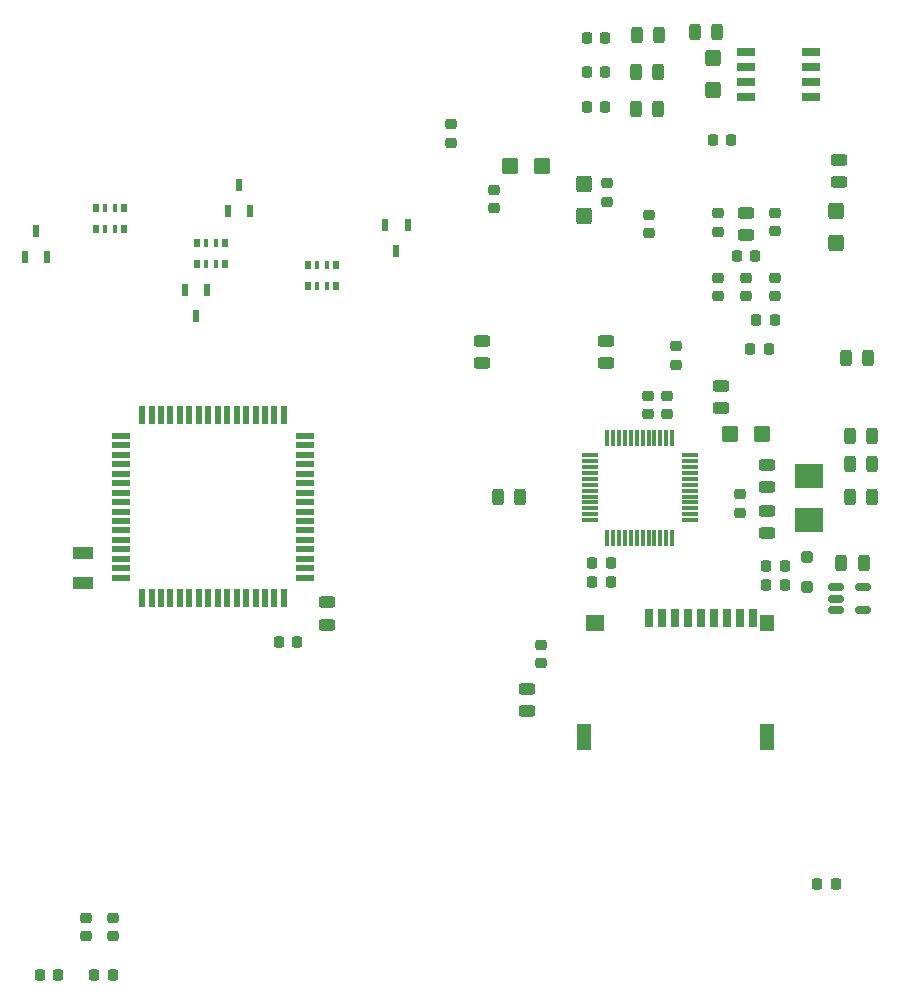
<source format=gbr>
G04 #@! TF.GenerationSoftware,KiCad,Pcbnew,9.0.6-9.0.6~ubuntu24.04.1*
G04 #@! TF.CreationDate,2026-01-10T11:13:35+03:00*
G04 #@! TF.ProjectId,Dreamstalker-PRO-v2,44726561-6d73-4746-916c-6b65722d5052,2.4*
G04 #@! TF.SameCoordinates,Original*
G04 #@! TF.FileFunction,Paste,Bot*
G04 #@! TF.FilePolarity,Positive*
%FSLAX46Y46*%
G04 Gerber Fmt 4.6, Leading zero omitted, Abs format (unit mm)*
G04 Created by KiCad (PCBNEW 9.0.6-9.0.6~ubuntu24.04.1) date 2026-01-10 11:13:35*
%MOMM*%
%LPD*%
G01*
G04 APERTURE LIST*
G04 Aperture macros list*
%AMRoundRect*
0 Rectangle with rounded corners*
0 $1 Rounding radius*
0 $2 $3 $4 $5 $6 $7 $8 $9 X,Y pos of 4 corners*
0 Add a 4 corners polygon primitive as box body*
4,1,4,$2,$3,$4,$5,$6,$7,$8,$9,$2,$3,0*
0 Add four circle primitives for the rounded corners*
1,1,$1+$1,$2,$3*
1,1,$1+$1,$4,$5*
1,1,$1+$1,$6,$7*
1,1,$1+$1,$8,$9*
0 Add four rect primitives between the rounded corners*
20,1,$1+$1,$2,$3,$4,$5,0*
20,1,$1+$1,$4,$5,$6,$7,0*
20,1,$1+$1,$6,$7,$8,$9,0*
20,1,$1+$1,$8,$9,$2,$3,0*%
G04 Aperture macros list end*
%ADD10R,0.600000X1.050000*%
%ADD11R,1.550000X0.650000*%
%ADD12R,0.500000X0.800000*%
%ADD13R,0.400000X0.800000*%
%ADD14RoundRect,0.218750X0.256250X-0.218750X0.256250X0.218750X-0.256250X0.218750X-0.256250X-0.218750X0*%
%ADD15RoundRect,0.218750X-0.218750X-0.256250X0.218750X-0.256250X0.218750X0.256250X-0.218750X0.256250X0*%
%ADD16RoundRect,0.218750X0.218750X0.256250X-0.218750X0.256250X-0.218750X-0.256250X0.218750X-0.256250X0*%
%ADD17RoundRect,0.218750X-0.256250X0.218750X-0.256250X-0.218750X0.256250X-0.218750X0.256250X0.218750X0*%
%ADD18RoundRect,0.243750X-0.456250X0.243750X-0.456250X-0.243750X0.456250X-0.243750X0.456250X0.243750X0*%
%ADD19RoundRect,0.243750X0.456250X-0.243750X0.456250X0.243750X-0.456250X0.243750X-0.456250X-0.243750X0*%
%ADD20R,0.300000X1.475000*%
%ADD21R,1.475000X0.300000*%
%ADD22R,2.400000X2.000000*%
%ADD23RoundRect,0.243750X0.243750X0.456250X-0.243750X0.456250X-0.243750X-0.456250X0.243750X-0.456250X0*%
%ADD24RoundRect,0.250000X-0.425000X0.450000X-0.425000X-0.450000X0.425000X-0.450000X0.425000X0.450000X0*%
%ADD25R,0.700000X1.600000*%
%ADD26R,1.200000X2.200000*%
%ADD27R,1.200000X1.400000*%
%ADD28R,1.600000X1.400000*%
%ADD29RoundRect,0.250000X-0.450000X-0.425000X0.450000X-0.425000X0.450000X0.425000X-0.450000X0.425000X0*%
%ADD30R,1.800000X1.000000*%
%ADD31R,0.600000X1.500000*%
%ADD32R,1.500000X0.600000*%
%ADD33RoundRect,0.250000X0.450000X0.425000X-0.450000X0.425000X-0.450000X-0.425000X0.450000X-0.425000X0*%
%ADD34RoundRect,0.243750X-0.243750X-0.456250X0.243750X-0.456250X0.243750X0.456250X-0.243750X0.456250X0*%
%ADD35RoundRect,0.250000X0.250000X-0.250000X0.250000X0.250000X-0.250000X0.250000X-0.250000X-0.250000X0*%
%ADD36RoundRect,0.250000X0.425000X-0.450000X0.425000X0.450000X-0.425000X0.450000X-0.425000X-0.450000X0*%
%ADD37RoundRect,0.150000X-0.512500X-0.150000X0.512500X-0.150000X0.512500X0.150000X-0.512500X0.150000X0*%
G04 APERTURE END LIST*
D10*
X96700000Y-62850000D03*
X94800000Y-62850000D03*
X95750000Y-60650000D03*
X108350000Y-65650000D03*
X110250000Y-65650000D03*
X109300000Y-67850000D03*
X113850000Y-59000000D03*
X111950000Y-59000000D03*
X112900000Y-56800000D03*
X125300000Y-60150000D03*
X127200000Y-60150000D03*
X126250000Y-62350000D03*
D11*
X161325000Y-45495000D03*
X161325000Y-46765000D03*
X161325000Y-48035000D03*
X161325000Y-49305000D03*
X155875000Y-49305000D03*
X155875000Y-48035000D03*
X155875000Y-46765000D03*
X155875000Y-45495000D03*
D12*
X100800000Y-58700000D03*
D13*
X101600000Y-58700000D03*
X102400000Y-58700000D03*
D12*
X103200000Y-58700000D03*
X103200000Y-60500000D03*
D13*
X102400000Y-60500000D03*
X101600000Y-60500000D03*
D12*
X100800000Y-60500000D03*
X118750000Y-63550000D03*
D13*
X119550000Y-63550000D03*
X120350000Y-63550000D03*
D12*
X121150000Y-63550000D03*
X121150000Y-65350000D03*
D13*
X120350000Y-65350000D03*
X119550000Y-65350000D03*
D12*
X118750000Y-65350000D03*
X111750000Y-63450000D03*
D13*
X110950000Y-63450000D03*
X110150000Y-63450000D03*
D12*
X109350000Y-63450000D03*
X109350000Y-61650000D03*
D13*
X110150000Y-61650000D03*
X110950000Y-61650000D03*
D12*
X111750000Y-61650000D03*
D14*
X144110000Y-58177500D03*
X144110000Y-56602500D03*
X149900000Y-71987500D03*
X149900000Y-70412500D03*
D15*
X100662500Y-123700000D03*
X102237500Y-123700000D03*
D16*
X154587500Y-53000000D03*
X153012500Y-53000000D03*
D15*
X156712500Y-68200000D03*
X158287500Y-68200000D03*
D16*
X97637500Y-123700000D03*
X96062500Y-123700000D03*
D17*
X153470000Y-59162500D03*
X153470000Y-60737500D03*
X158300000Y-59112500D03*
X158300000Y-60687500D03*
D15*
X156225000Y-70650000D03*
X157800000Y-70650000D03*
D14*
X155850000Y-66187500D03*
X155850000Y-64612500D03*
X158300000Y-66187500D03*
X158300000Y-64612500D03*
D17*
X153500000Y-64612500D03*
X153500000Y-66187500D03*
D14*
X100000000Y-120387500D03*
X100000000Y-118812500D03*
X102250000Y-120387500D03*
X102250000Y-118812500D03*
D15*
X161862500Y-116000000D03*
X163437500Y-116000000D03*
D18*
X133500000Y-70000000D03*
X133500000Y-71875000D03*
X144000000Y-70000000D03*
X144000000Y-71875000D03*
X163700000Y-54662500D03*
X163700000Y-56537500D03*
D19*
X155850000Y-61037500D03*
X155850000Y-59162500D03*
D18*
X157600000Y-84350000D03*
X157600000Y-86225000D03*
D20*
X144100000Y-78162000D03*
X144600000Y-78162000D03*
X145100000Y-78162000D03*
X145600000Y-78162000D03*
X146100000Y-78162000D03*
X146600000Y-78162000D03*
X147100000Y-78162000D03*
X147600000Y-78162000D03*
X148100000Y-78162000D03*
X148600000Y-78162000D03*
X149100000Y-78162000D03*
X149600000Y-78162000D03*
D21*
X151088000Y-79650000D03*
X151088000Y-80150000D03*
X151088000Y-80650000D03*
X151088000Y-81150000D03*
X151088000Y-81650000D03*
X151088000Y-82150000D03*
X151088000Y-82650000D03*
X151088000Y-83150000D03*
X151088000Y-83650000D03*
X151088000Y-84150000D03*
X151088000Y-84650000D03*
X151088000Y-85150000D03*
D20*
X149600000Y-86638000D03*
X149100000Y-86638000D03*
X148600000Y-86638000D03*
X148100000Y-86638000D03*
X147600000Y-86638000D03*
X147100000Y-86638000D03*
X146600000Y-86638000D03*
X146100000Y-86638000D03*
X145600000Y-86638000D03*
X145100000Y-86638000D03*
X144600000Y-86638000D03*
X144100000Y-86638000D03*
D21*
X142612000Y-85150000D03*
X142612000Y-84650000D03*
X142612000Y-84150000D03*
X142612000Y-83650000D03*
X142612000Y-83150000D03*
X142612000Y-82650000D03*
X142612000Y-82150000D03*
X142612000Y-81650000D03*
X142612000Y-81150000D03*
X142612000Y-80650000D03*
X142612000Y-80150000D03*
X142612000Y-79650000D03*
D19*
X157600000Y-82325000D03*
X157600000Y-80450000D03*
D22*
X161200000Y-85100000D03*
X161200000Y-81400000D03*
D14*
X155300000Y-84525000D03*
X155300000Y-82950000D03*
X147650000Y-60875000D03*
X147650000Y-59300000D03*
D17*
X134500000Y-57162500D03*
X134500000Y-58737500D03*
D16*
X143937500Y-44300000D03*
X142362500Y-44300000D03*
X143937500Y-47200000D03*
X142362500Y-47200000D03*
D23*
X148437500Y-47200000D03*
X146562500Y-47200000D03*
X148487500Y-44100000D03*
X146612500Y-44100000D03*
D24*
X153050000Y-46050000D03*
X153050000Y-48750000D03*
D16*
X143937500Y-50150000D03*
X142362500Y-50150000D03*
D23*
X148437500Y-50350000D03*
X146562500Y-50350000D03*
D25*
X147650000Y-93400000D03*
X148750000Y-93400000D03*
X149850000Y-93400000D03*
X150950000Y-93400000D03*
X152050000Y-93400000D03*
X153150000Y-93400000D03*
X154250000Y-93400000D03*
X155350000Y-93400000D03*
X156450000Y-93400000D03*
D26*
X157650000Y-103500000D03*
D27*
X157650000Y-93900000D03*
D28*
X143050000Y-93900000D03*
D26*
X142150000Y-103500000D03*
D29*
X154500000Y-77850000D03*
X157200000Y-77850000D03*
D14*
X130900000Y-53187500D03*
X130900000Y-51612500D03*
D15*
X155062500Y-62750000D03*
X156637500Y-62750000D03*
D30*
X99700000Y-90450000D03*
X99700000Y-87950000D03*
D31*
X116720000Y-91770000D03*
X115920000Y-91770000D03*
X115120000Y-91770000D03*
X114320000Y-91770000D03*
X113520000Y-91770000D03*
X112720000Y-91770000D03*
X111920000Y-91770000D03*
X111120000Y-91770000D03*
X110320000Y-91770000D03*
X109520000Y-91770000D03*
X108720000Y-91770000D03*
X107920000Y-91770000D03*
X107120000Y-91770000D03*
X106320000Y-91770000D03*
X105520000Y-91770000D03*
X104720000Y-91770000D03*
D32*
X102970000Y-90020000D03*
X102970000Y-89220000D03*
X102970000Y-88420000D03*
X102970000Y-87620000D03*
X102970000Y-86820000D03*
X102970000Y-86020000D03*
X102970000Y-85220000D03*
X102970000Y-84420000D03*
X102970000Y-83620000D03*
X102970000Y-82820000D03*
X102970000Y-82020000D03*
X102970000Y-81220000D03*
X102970000Y-80420000D03*
X102970000Y-79620000D03*
X102970000Y-78820000D03*
X102970000Y-78020000D03*
D31*
X104720000Y-76270000D03*
X105520000Y-76270000D03*
X106320000Y-76270000D03*
X107120000Y-76270000D03*
X107920000Y-76270000D03*
X108720000Y-76270000D03*
X109520000Y-76270000D03*
X110320000Y-76270000D03*
X111120000Y-76270000D03*
X111920000Y-76270000D03*
X112720000Y-76270000D03*
X113520000Y-76270000D03*
X114320000Y-76270000D03*
X115120000Y-76270000D03*
X115920000Y-76270000D03*
X116720000Y-76270000D03*
D32*
X118470000Y-78020000D03*
X118470000Y-78820000D03*
X118470000Y-79620000D03*
X118470000Y-80420000D03*
X118470000Y-81220000D03*
X118470000Y-82020000D03*
X118470000Y-82820000D03*
X118470000Y-83620000D03*
X118470000Y-84420000D03*
X118470000Y-85220000D03*
X118470000Y-86020000D03*
X118470000Y-86820000D03*
X118470000Y-87620000D03*
X118470000Y-88420000D03*
X118470000Y-89220000D03*
X118470000Y-90020000D03*
D24*
X142150000Y-56710000D03*
X142150000Y-59410000D03*
D17*
X147530000Y-74602500D03*
X147530000Y-76177500D03*
X149190000Y-74602500D03*
X149190000Y-76177500D03*
D15*
X142832500Y-88810000D03*
X144407500Y-88810000D03*
X142842500Y-90430000D03*
X144417500Y-90430000D03*
D18*
X120410000Y-92122500D03*
X120410000Y-93997500D03*
D33*
X138600000Y-55170000D03*
X135900000Y-55170000D03*
D34*
X134832500Y-83210000D03*
X136707500Y-83210000D03*
D18*
X153750000Y-73772500D03*
X153750000Y-75647500D03*
D23*
X166187500Y-71450000D03*
X164312500Y-71450000D03*
D34*
X151525000Y-43800000D03*
X153400000Y-43800000D03*
D35*
X161000000Y-90800000D03*
X161000000Y-88300000D03*
D23*
X166500000Y-78000000D03*
X164625000Y-78000000D03*
D36*
X163500000Y-61700000D03*
X163500000Y-59000000D03*
D19*
X137300000Y-101337500D03*
X137300000Y-99462500D03*
D23*
X166500000Y-80400000D03*
X164625000Y-80400000D03*
X165800000Y-88800000D03*
X163925000Y-88800000D03*
D15*
X157582500Y-90620000D03*
X159157500Y-90620000D03*
D37*
X163462500Y-92750000D03*
X163462500Y-91800000D03*
X163462500Y-90850000D03*
X165737500Y-90850000D03*
X165737500Y-92750000D03*
D15*
X116275000Y-95500000D03*
X117850000Y-95500000D03*
D23*
X166500000Y-83200000D03*
X164625000Y-83200000D03*
D16*
X159147500Y-89060000D03*
X157572500Y-89060000D03*
D14*
X138500000Y-97287500D03*
X138500000Y-95712500D03*
M02*

</source>
